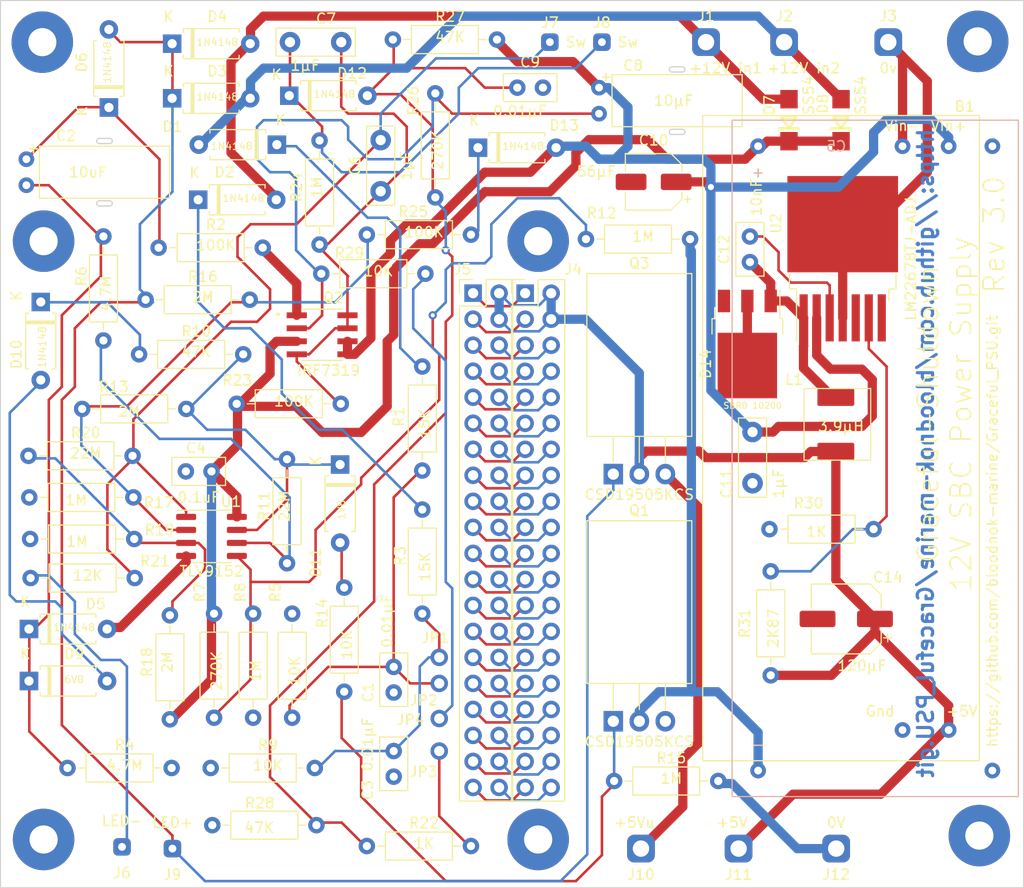
<source format=kicad_pcb>
(kicad_pcb (version 20211014) (generator pcbnew)
  (layers (0 "F.Cu" signal) (31 "B.Cu" signal) (34 "B.Paste" user) (35 "F.Paste" user) (36 "B.SilkS" user "B.Silkscreen") (37 "F.SilkS" user "F.Silkscreen") (38 "B.Mask" user) (39 "F.Mask" user) (44 "Edge.Cuts" user))
  (net 0 "")
  (net 1 "GND")
  (net 2 "+5V")
  (net 3 "Net-(J4-Pad1)")
  (net 4 "Net-(J4-Pad3)")
  (net 5 "Net-(J4-Pad5)")
  (net 6 "Net-(J4-Pad7)")
  (net 7 "Net-(J4-Pad8)")
  (net 8 "Net-(J4-Pad10)")
  (net 9 "Net-(J4-Pad11)")
  (net 10 "Net-(J4-Pad12)")
  (net 11 "Net-(J4-Pad13)")
  (net 12 "Net-(J4-Pad15)")
  (net 13 "Net-(J4-Pad16)")
  (net 14 "Net-(J4-Pad17)")
  (net 15 "Net-(J4-Pad18)")
  (net 16 "Net-(J4-Pad19)")
  (net 17 "Net-(J4-Pad21)")
  (net 18 "Net-(J4-Pad22)")
  (net 19 "Net-(J4-Pad23)")
  (net 20 "Net-(J4-Pad24)")
  (net 21 "Net-(J4-Pad26)")
  (net 22 "Net-(J4-Pad27)")
  (net 23 "Net-(J4-Pad28)")
  (net 24 "Net-(J4-Pad29)")
  (net 25 "Net-(J4-Pad31)")
  (net 26 "Net-(J4-Pad32)")
  (net 27 "Net-(J4-Pad33)")
  (net 28 "Net-(J4-Pad35)")
  (net 29 "Net-(J4-Pad37)")
  (net 30 "Net-(J4-Pad38)")
  (net 31 "Net-(J4-Pad40)")
  (net 32 "Net-(C1-Pad2)")
  (net 33 "Net-(C2-Pad1)")
  (net 34 "Net-(C2-Pad2)")
  (net 35 "Net-(C3-Pad1)")
  (net 36 "Net-(C4-Pad1)")
  (net 37 "Net-(C5-Pad2)")
  (net 38 "Net-(C6-Pad1)")
  (net 39 "Net-(C6-Pad2)")
  (net 40 "Net-(C7-Pad2)")
  (net 41 "Net-(C8-Pad2)")
  (net 42 "Net-(C9-Pad1)")
  (net 43 "Net-(C12-Pad1)")
  (net 44 "Net-(C12-Pad2)")
  (net 45 "Net-(D1-Pad1)")
  (net 46 "Net-(D1-Pad2)")
  (net 47 "Net-(D2-Pad1)")
  (net 48 "Net-(D2-Pad2)")
  (net 49 "Net-(D3-Pad1)")
  (net 50 "Net-(D10-Pad2)")
  (net 51 "Net-(D10-Pad1)")
  (net 52 "Net-(D11-Pad1)")
  (net 53 "Net-(D11-Pad2)")
  (net 54 "Net-(D13-Pad1)")
  (net 55 "Net-(R13-Pad2)")
  (net 56 "Net-(J4-Pad36)")
  (net 57 "Net-(J6-Pad1)")
  (net 58 "Net-(J10-Pad1)")
  (net 59 "Net-(JP3-Pad1)")
  (net 60 "Net-(JP4-Pad1)")
  (net 61 "Net-(Q1-Pad1)")
  (net 62 "Net-(R11-Pad1)")
  (net 63 "Net-(R12-Pad1)")
  (net 64 "Net-(R18-Pad2)")
  (net 65 "Net-(R30-Pad1)")
  (net 68 "Net-(B1-Pad3)")
  (footprint "Capacitor_THT:C_Disc_D5.0mm_W2.5mm_P2.50mm" (layer "F.Cu") (at 114.702 87.703)
    (fp_text reference "C9")
    (fp_text value "0.01μF")
  )
  (footprint "my_extras:Half-Jumper" (layer "F.Cu") (at 107.082 143.329)
    (fp_text reference "JP1")
    (fp_text value "Jumper" hide)
  )
  (footprint "my_extras:my_resistor_6.3_2.5_10.16" (layer "F.Cu") (at 95.652 106.118)
    (fp_text reference "R29")
    (fp_text value "10K")
  )
  (footprint "my_extras:my_resistor_6.3_2.5_10.16" (layer "F.Cu") (at 100.097 102.308)
    (fp_text reference "R25")
    (fp_text value "100K")
  )
  (footprint "my_extras:my_resistor_6.3_2.5_10.16" (layer "F.Cu") (at 106.447 88.338 -90)
    (fp_text reference "R26")
    (fp_text value "270K")
  )
  (footprint "Package_SO:SOIC-8_3.9x4.9mm_P1.27mm" (layer "F.Cu") (at 84.857 131.518)
    (fp_text reference "U1")
    (fp_text value "TLV9152")
  )
  (footprint "my_extras:my_resistor_6.3_2.5_10.16" (layer "F.Cu") (at 121.478 102.739)
    (fp_text reference "R12")
    (fp_text value "1M")
  )
  (footprint "my_extras:my_resistor_6.3_2.5_10.16" (layer "F.Cu") (at 87.397 118.818)
    (fp_text reference "R23")
    (fp_text value "100K")
  )
  (footprint "my_extras:SOIC127P600X175-8N" (layer "F.Cu") (at 95.652 111.833)
    (fp_text reference "Q2")
    (fp_text value "IRF7319")
  )
  (footprint "Package_TO_SOT_THT:TO-220-3_Horizontal_TabDown" (layer "F.Cu") (at 124.065 149.565)
    (fp_text reference "Q1")
    (fp_text value "CSD19505KCS")
  )
  (footprint "my_extras:my_resistor_6.3_2.5_10.16" (layer "F.Cu") (at 95.017 159.458 180)
    (fp_text reference "R28")
    (fp_text value "47K")
  )
  (footprint "my_extras:my_resistor_6.3_2.5_10.16" (layer "F.Cu") (at 77.157 127.458 180)
    (fp_text reference "R17")
    (fp_text value "1M")
  )
  (footprint "Package_TO_SOT_SMD:TO-252-3_TabPin2" (layer "F.Cu") (at 137.147 112.732 -90)
    (fp_text reference "D14")
    (fp_text value "SBRD 10200")
  )
  (footprint "my_extras:Shenzhen MWSA0604S" (layer "F.Cu") (at 145.782 120.777 -90)
    (fp_text reference "L1")
    (fp_text value "3.9μH")
  )
  (footprint "Capacitor_SMD:CP_Elec_6.3x5.9" (layer "F.Cu") (at 146.798 139.573 180)
    (fp_text reference "C14")
    (fp_text value "120μF")
  )
  (footprint "my_extras:my_resistor_6.3_2.5_10.16" (layer "F.Cu") (at 88.667 139.138 -90)
    (fp_text reference "R8")
    (fp_text value "1M")
  )
  (footprint "my_extras:Half-Jumper" (layer "F.Cu") (at 107.082 149.298)
    (fp_text reference "JP4")
    (fp_text value "Jumper" hide)
  )
  (footprint "my_extras:my_resistor_6.3_2.5_10.16" (layer "F.Cu") (at 102.637 83.258)
    (fp_text reference "R27")
    (fp_text value "47K")
  )
  (footprint "my_extras:my_resistor_6.3_2.5_10.16" (layer "F.Cu") (at 124.227 155.648)
    (fp_text reference "R15")
    (fp_text value "1M")
  )
  (footprint "my_extras:my_resistor_6.3_2.5_10.16" (layer "F.Cu") (at 97.557 136.598 -90)
    (fp_text reference "R14")
    (fp_text value "10K")
  )
  (footprint "my_extras:SolderConnector" (layer "F.Cu") (at 117.877 83.258)
    (fp_text reference "J7")
    (fp_text value "Sw")
  )
  (footprint "my_extras:pihole" (layer "F.Cu") (at 68.474 161.109)
    (fp_text reference "H5" hide)
    (fp_text value "pihole" hide)
  )
  (footprint "Capacitor_THT:C_Disc_D7.5mm_W2.5mm_P5.00mm" (layer "F.Cu") (at 97.517 83.258 180)
    (fp_text reference "C7")
    (fp_text value "1μF")
  )
  (footprint "" (layer "F.Cu") (at 159.625 83.185)
    (fp_text reference "H2" hide)
    (fp_text value "")
  )
  (footprint "my_extras:my_resistor_6.3_2.5_10.16" (layer "F.Cu") (at 100.097 161.998)
    (fp_text reference "R22")
    (fp_text value "1K")
  )
  (footprint "my_extras:my_resistor_6.3_2.5_10.16" (layer "F.Cu") (at 77.872 113.988)
    (fp_text reference "R10")
    (fp_text value "47K")
  )
  (footprint "my_extras:SolderConnector - HighCurrent" (layer "F.Cu") (at 136.292 161.998)
    (fp_text reference "J11")
    (fp_text value "+5V")
  )
  (footprint "my_extras:my_diode_7.62_h" (layer "F.Cu") (at 92.477 88.338)
    (fp_text reference "D12")
    (fp_text value "1N4148")
  )
  (footprint "Capacitor_THT:C_Disc_D5.0mm_W2.5mm_P2.50mm" (layer "F.Cu") (at 102.637 152.473 -90)
    (fp_text reference "C3")
    (fp_text value "0.01μF")
  )
  (footprint "my_extras:my_diode_7.62_h" (layer "F.Cu") (at 110.892 93.418)
    (fp_text reference "D13")
    (fp_text value "1N4148")
  )
  (footprint "my_extras:SolderConnector" (layer "F.Cu") (at 122.957 83.258)
    (fp_text reference "J8")
    (fp_text value "Sw")
  )
  (footprint "my_extras:my_resistor_6.3_2.5_10.16" (layer "F.Cu") (at 67.077 123.898)
    (fp_text reference "R20")
    (fp_text value "22M")
  )
  (footprint "my_extras:Buck Power Supply Board" (layer "F.Cu") (at 146.29 123.92)
    (fp_text reference "B1")
    (fp_text value "PSU_Board")
  )
  (footprint "my_extras:DO-214AC" (layer "F.Cu") (at 141.21 90.878 90)
    (fp_text reference "D7")
    (fp_text value "SS54")
  )
  (footprint "my_extras:my_resistor_6.3_2.5_10.16" (layer "F.Cu") (at 92.477 139.138 -90)
    (fp_text reference "R5")
    (fp_text value "10K")
  )
  (footprint "Capacitor_THT:C_Disc_D5.0mm_W2.5mm_P2.50mm" (layer "F.Cu") (at 137.4 102.235 -90)
    (fp_text reference "C12")
    (fp_text value "10nF")
  )
  (footprint "my_extras:my_resistor_6.3_2.5_10.16" (layer "F.Cu") (at 95.652 102.943 90)
    (fp_text reference "R24")
    (fp_text value "1M")
  )
  (footprint "my_extras:my_resistor_6.3_2.5_10.16" (layer "F.Cu") (at 81.047 149.298 90)
    (fp_text reference "R18")
    (fp_text value "2M")
  )
  (footprint "" (layer "F.Cu") (at 68.347 83.258)
    (fp_text reference "H1" hide)
    (fp_text value "")
  )
  (footprint "my_extras:my_resistor_6.3_2.5_10.16" (layer "F.Cu") (at 105.177 128.978 -90)
    (fp_text reference "R3")
    (fp_text value "15K")
  )
  (footprint "my_extras:my_resistor_6.3_2.5_10.16" (layer "F.Cu") (at 70.887 154.378)
    (fp_text reference "R4")
    (fp_text value "4.7M")
  )
  (footprint "my_extras:my_resistor_6.3_2.5_10.16" (layer "F.Cu") (at 84.857 139.138 -90)
    (fp_text reference "R7")
    (fp_text value "270K")
  )
  (footprint "my_extras:SolderConnector - HighCurrent" (layer "F.Cu") (at 140.737 83.258)
    (fp_text reference "J2")
    (fp_text value "+12V in2")
  )
  (footprint "my_extras:my_resistor_6.3_2.5_10.16" (layer "F.Cu") (at 77.237 131.518 180)
    (fp_text reference "R19")
    (fp_text value "1M")
  )
  (footprint "my_extras:SolderConnector" (layer "F.Cu") (at 76.127 161.831)
    (fp_text reference "J6")
    (fp_text value "LED-")
  )
  (footprint "my_extras:SolderConnector - HighCurrent" (layer "F.Cu") (at 145.817 161.998)
    (fp_text reference "J12")
    (fp_text value "0V")
  )
  (footprint "my_extras:my_resistor_6.3_2.5_10.16" (layer "F.Cu") (at 139.178 135.001 -90)
    (fp_text reference "R31")
    (fp_text value "2K87")
  )
  (footprint "Capacitor_THT:C_Disc_D5.0mm_W2.5mm_P2.50mm" (layer "F.Cu") (at 84.857 125.168 180)
    (fp_text reference "C4")
    (fp_text value "0.1uF")
  )
  (footprint "my_extras:SolderConnector" (layer "F.Cu") (at 81.047 161.998)
    (fp_text reference "J9")
    (fp_text value "LED+")
  )
  (footprint "my_extras:SolderConnector - HighCurrent" (layer "F.Cu") (at 150.897 83.258)
    (fp_text reference "J3")
    (fp_text value "0v")
  )
  (footprint "my_extras:my_resistor_6.3_2.5_10.16" (layer "F.Cu") (at 92.477 134.058 90)
    (fp_text reference "R11")
    (fp_text value "22M")
  )
  (footprint "my_extras:DO-214AC" (layer "F.Cu") (at 146.29 90.878 90)
    (fp_text reference "D8")
    (fp_text value "SS54")
  )
  (footprint "my_extras:pihole" (layer "F.Cu") (at 116.734 161.109)
    (fp_text reference "H6" hide)
    (fp_text value "pihole" hide)
  )
  (footprint "my_extras:my_diode_7.62_h" (layer "F.Cu") (at 74.697 89.608 90)
    (fp_text reference "D6")
    (fp_text value "1N4148")
  )
  (footprint "my_extras:my_resistor_6.3_2.5_10.16" (layer "F.Cu") (at 105.177 115.008 -90)
    (fp_text reference "R1")
    (fp_text value "15K")
  )
  (footprint "Connector_PinHeader_2.54mm:PinHeader_2x20_P2.54mm_Vertical" (layer "F.Cu") (at 110.384 107.769)
    (fp_text reference "J5")
    (fp_text value "Conn_02x20" hide)
  )
  (footprint "my_extras:SolderConnector - HighCurrent" (layer "F.Cu") (at 133.117 83.258)
    (fp_text reference "J1")
    (fp_text value "+12V in1")
  )
  (footprint "my_extras:Half-Jumper" (layer "F.Cu") (at 107.082 152.473)
    (fp_text reference "JP3")
    (fp_text value "Jumper" hide)
  )
  (footprint "my_extras:Half-Jumper" (layer "F.Cu") (at 107.082 145.869)
    (fp_text reference "JP2")
    (fp_text value "Jumper" hide)
  )
  (footprint "Capacitor_SMD:CP_Elec_5x5.3" (layer "F.Cu") (at 128.002 96.901 180)
    (fp_text reference "C10")
    (fp_text value "56μF")
  )
  (footprint "Capacitor_THT:C_Disc_D5.0mm_W2.5mm_P2.50mm" (layer "F.Cu") (at 102.637 146.758 90)
    (fp_text reference "C1")
    (fp_text value "0.01μF")
  )
  (footprint "my_extras:my_resistor_6.3_2.5_10.16" (layer "F.Cu") (at 74.062 102.308 -90)
    (fp_text reference "R6")
    (fp_text value "4.7M")
  )
  (footprint "Package_TO_SOT_SMD:TO-263-7_TabPin8" (layer "F.Cu") (at 146.452 104.406 90)
    (fp_text reference "U2")
    (fp_text value "LM22678TJ-ADJ")
  )
  (footprint "my_extras:my_resistor_6.3_2.5_10.16" (layer "F.Cu") (at 78.507 108.658)
    (fp_text reference "R16")
    (fp_text value "2M")
  )
  (footprint "my_extras:pihole" (layer "F.Cu") (at 116.734 102.689)
    (fp_text reference "H4" hide)
    (fp_text value "pihole" hide)
  )
  (footprint "my_extras:my_diode_7.62_h" (layer "F.Cu") (at 68.347 108.658 -90)
    (fp_text reference "D10")
    (fp_text value "1N4148")
  )
  (footprint "" (layer "F.Cu") (at 159.787 160.728)
    (fp_text reference "H8" hide)
    (fp_text value "")
  )
  (footprint "my_extras:my_diode_7.62_h" (layer "F.Cu") (at 91.207 93.418 180)
    (fp_text reference "D1")
    (fp_text value "1N4148")
  )
  (footprint "my_extras:my_diode_7.62_h" (layer "F.Cu") (at 83.587 98.498)
    (fp_text reference "D2")
    (fp_text value "1N4148")
  )
  (footprint "my_extras:pihole" (layer "F.Cu") (at 68.474 102.689)
    (fp_text reference "H3" hide)
    (fp_text value "pihole" hide)
  )
  (footprint "my_extras:my_diode_7.62_h" (layer "F.Cu") (at 81.047 88.592)
    (fp_text reference "D3")
    (fp_text value "1N4148")
  )
  (footprint "my_extras:my_diode_7.62_h" (layer "F.Cu") (at 97.557 124.533 -90)
    (fp_text reference "D11")
    (fp_text value "1V8")
  )
  (footprint "Capacitor_THT:C_Disc_D7.5mm_W2.5mm_P5.00mm" (layer "F.Cu") (at 137.654 121.325 -90)
    (fp_text reference "C11")
    (fp_text value "1μF")
  )
  (footprint "Capacitor_THT:C_Disc_D7.5mm_W2.5mm_P5.00mm" (layer "F.Cu") (at 101.367 97.823 90)
    (fp_text reference "C6")
    (fp_text value "1μF")
  )
  (footprint "my_extras:SolderConnector - HighCurrent" (layer "F.Cu") (at 126.767 161.998)
    (fp_text reference "J10")
    (fp_text value "+5Vu")
  )
  (footprint "Package_TO_SOT_THT:TO-220-3_Horizontal_TabDown" (layer "F.Cu") (at 124.065 125.435)
    (fp_text reference "Q3")
    (fp_text value "CSD19505KCS")
  )
  (footprint "my_extras:my_resistor_6.3_2.5_10.16" (layer "F.Cu") (at 79.777 103.578)
    (fp_text reference "R2")
    (fp_text value "100K")
  )
  (footprint "my_extras:Capacitor_THT_HorizRadial_D5_P2_H12" (layer "F.Cu") (at 66.793 95.958 -90)
    (fp_text reference "C2")
    (fp_text value "10uF")
    (fp_line (start 3.302 -8.128) (end 3.302 -7.112) (layer "Edge.Cuts") (width 0.12))
    (fp_line (start -3.302 -7.112) (end -3.302 -8.128) (layer "Edge.Cuts") (width 0.12))
    (fp_line (start -2.794 -8.128) (end -2.794 -7.112) (layer "Edge.Cuts") (width 0.12))
    (fp_line (start 2.794 -7.112) (end 2.794 -8.128) (layer "Edge.Cuts") (width 0.12))
    (fp_arc (start -3.302 -8.128) (mid -3.048 -8.382) (end -2.794 -8.128) (layer "Edge.Cuts") (width 0.12))
    (fp_arc (start -2.794 -7.112) (mid -3.048 -6.858) (end -3.302 -7.112) (layer "Edge.Cuts") (width 0.12))
    (fp_arc (start 2.794 -8.128) (mid 3.048 -8.382) (end 3.302 -8.128) (layer "Edge.Cuts") (width 0.12))
    (fp_arc (start 3.302 -7.112) (mid 3.048 -6.858) (end 2.794 -7.112) (layer "Edge.Cuts") (width 0.12))
  )
  (footprint "my_extras:my_diode_7.62_h" (layer "F.Cu") (at 67.077 140.408)
    (fp_text reference "D5")
    (fp_text value "1N4148")
  )
  (footprint "Connector_PinHeader_2.54mm:PinHeader_2x20_P2.54mm_Vertical" (layer "F.Cu") (at 115.464 107.774)
    (fp_text reference "J4")
    (fp_text value "Conn_02x20" hide)
  )
  (footprint "my_extras:my_resistor_6.3_2.5_10.16" (layer "F.Cu") (at 84.857 154.378)
    (fp_text reference "R9")
    (fp_text value "10K")
  )
  (footprint "my_extras:my_resistor_6.3_2.5_10.16" (layer "F.Cu") (at 82.317 118.818 180)
    (fp_text reference "R13")
    (fp_text value "2M")
  )
  (footprint "my_extras:my_resistor_6.3_2.5_10.16" (layer "F.Cu") (at 67.284 135.832)
    (fp_text reference "R21")
    (fp_text value "12K")
  )
  (footprint "my_extras:my_diode_7.62_h" (layer "F.Cu") (at 81.047 83.258)
    (fp_text reference "D4")
    (fp_text value "1N4148")
  )
  (footprint "my_extras:my_resistor_6.3_2.5_10.16" (layer "F.Cu") (at 149.385 130.56 180)
    (fp_text reference "R30")
    (fp_text value "1K")
  )
  (footprint "my_extras:Capacitor_THT_HorizRadial_D5_P2_H12" (layer "F.Cu") (at 122.673 88.973 -90)
    (fp_text reference "C8")
    (fp_text value "10μF")
    (fp_line (start 2.794 -7.112) (end 2.794 -8.128) (layer "Edge.Cuts") (width 0.12))
    (fp_line (start 3.302 -8.128) (end 3.302 -7.112) (layer "Edge.Cuts") (width 0.12))
    (fp_line (start -2.794 -8.128) (end -2.794 -7.112) (layer "Edge.Cuts") (width 0.12))
    (fp_line (start -3.302 -7.112) (end -3.302 -8.128) (layer "Edge.Cuts") (width 0.12))
    (fp_arc (start -2.794 -7.112) (mid -3.048 -6.858) (end -3.302 -7.112) (layer "Edge.Cuts") (width 0.12))
    (fp_arc (start 3.302 -7.112) (mid 3.048 -6.858) (end 2.794 -7.112) (layer "Edge.Cuts") (width 0.12))
    (fp_arc (start 2.794 -8.128) (mid 3.048 -8.382) (end 3.302 -8.128) (layer "Edge.Cuts") (width 0.12))
    (fp_arc (start -3.302 -8.128) (mid -3.048 -8.382) (end -2.794 -8.128) (layer "Edge.Cuts") (width 0.12))
  )
  (footprint "my_extras:my_diode_7.62_h" (layer "F.Cu") (at 67.077 145.488)
    (fp_text reference "D9")
    (fp_text value "6V8")
  )
  (footprint "my_extras:SuperCapacitor Module" (layer "B.Cu") (at 148.357 111.198 180)
    (fp_text reference "C5")
    (fp_text value "1.6F")
  )
  (gr_rect (start 164.105 79.194) (end 64.269 165.808) (layer "Edge.Cuts") (width 0.1) (fill none))
  (gr_text "https://github.com/bloodnok-marine/Graceful_PSU.git" (at 154.545 123.39 90) (layer "B.Cu") (effects (font (size 1.5 1.5) (thickness 0.3)) (justify mirror)))
  (gr_text "https://github.com/bloodnok-marine/Graceful_PSU.git\n" (at 161.057 131.01 90) (layer "F.SilkS") (effects (font (size 1 1))))
  (gr_text "Graceful-Shutdown \n12V SBC Power Supply \n                      Rev 3.0" (at 158.009 118.818 90) (layer "F.SilkS") (effects (font (size 2 2))))
  (segment (start 114.294 119.104) (end 115.464 117.934) (width 0.25) (layer "F.Cu") (net 1))
  (segment (start 150.897 83.258) (end 154.707 87.068) (width 0.9) (layer "F.Cu") (net 1))
  (segment (start 149.634 101.031) (end 146.452 101.031) (width 0.9) (layer "F.Cu") (net 1))
  (segment (start 93.177 109.928) (end 93.177 106.818) (width 0.9) (layer "F.Cu") (net 1))
  (segment (start 114.199 139.519) (end 115.464 138.254) (width 0.25) (layer "F.Cu") (net 1))
  (segment (start 111.654 139.519) (end 114.199 139.519) (width 0.25) (layer "F.Cu") (net 1))
  (segment (start 114.199 157.299) (end 115.464 156.034) (width 0.25) (layer "F.Cu") (net 1))
  (segment (start 154.707 87.068) (end 154.707 95.958) (width 0.9) (layer "F.Cu") (net 1))
  (segment (start 146.452 110.181) (end 146.452 101.031) (width 0.9) (layer "F.Cu") (net 1))
  (segment (start 110.384 117.929) (end 111.559 119.104) (width 0.25) (layer "F.Cu") (net 1))
  (segment (start 93.177 106.818) (end 89.937 103.578) (width 0.9) (layer "F.Cu") (net 1))
  (segment (start 75.967 140.408) (end 74.697 140.408) (width 0.9) (layer "F.Cu") (net 1))
  (segment (start 137.147 108.532) (end 137.147 114.832) (width 0.9) (layer "F.Cu") (net 1))
  (segment (start 154.707 95.958) (end 149.634 101.031) (width 0.9) (layer "F.Cu") (net 1))
  (segment (start 82.382 133.993) (end 75.967 140.408) (width 0.9) (layer "F.Cu") (net 1))
  (segment (start 110.384 138.249) (end 111.654 139.519) (width 0.25) (layer "F.Cu") (net 1))
  (segment (start 82.382 133.423) (end 82.382 133.993) (width 0.9) (layer "F.Cu") (net 1))
  (segment (start 152.29 84.651) (end 150.897 83.258) (width 0.9) (layer "F.Cu") (net 1))
  (segment (start 152.29 93.42) (end 152.29 84.651) (width 0.9) (layer "F.Cu") (net 1))
  (segment (start 110.384 156.029) (end 111.654 157.299) (width 0.25) (layer "F.Cu") (net 1))
  (segment (start 111.654 157.299) (end 114.199 157.299) (width 0.25) (layer "F.Cu") (net 1))
  (segment (start 111.559 119.104) (end 114.294 119.104) (width 0.25) (layer "F.Cu") (net 1))
  (segment (start 112.924 143.329) (end 114.194 144.599) (width 0.25) (layer "B.Cu") (net 1))
  (segment (start 116.739 114.119) (end 118.004 112.854) (width 0.25) (layer "B.Cu") (net 1))
  (segment (start 114.194 124.279) (end 116.739 124.279) (width 0.25) (layer "B.Cu") (net 1))
  (segment (start 114.194 114.119) (end 116.739 114.119) (width 0.25) (layer "B.Cu") (net 1))
  (segment (start 114.194 131.899) (end 116.739 131.899) (width 0.25) (layer "B.Cu") (net 1))
  (segment (start 116.739 149.679) (end 118.004 148.414) (width 0.25) (layer "B.Cu") (net 1))
  (segment (start 114.194 149.679) (end 116.739 149.679) (width 0.25) (layer "B.Cu") (net 1))
  (segment (start 112.924 112.849) (end 114.194 114.119) (width 0.25) (layer "B.Cu") (net 1))
  (segment (start 116.739 131.899) (end 118.004 130.634) (width 0.25) (layer "B.Cu") (net 1))
  (segment (start 116.739 124.279) (end 118.004 123.014) (width 0.25) (layer "B.Cu") (net 1))
  (segment (start 112.924 130.629) (end 114.194 131.899) (width 0.25) (layer "B.Cu") (net 1))
  (segment (start 112.924 148.409) (end 114.194 149.679) (width 0.25) (layer "B.Cu") (net 1))
  (segment (start 114.194 144.599) (end 116.739 144.599) (width 0.25) (layer "B.Cu") (net 1))
  (segment (start 112.924 123.009) (end 114.194 124.279) (width 0.25) (layer "B.Cu") (net 1))
  (segment (start 135.657 155.648) (end 142.007 161.998) (width 0.9) (layer "B.Cu") (net 1))
  (segment (start 116.739 144.599) (end 118.004 143.334) (width 0.25) (layer "B.Cu") (net 1))
  (segment (start 142.007 161.998) (end 145.817 161.998) (width 0.9) (layer "B.Cu") (net 1))
  (segment (start 134.387 155.648) (end 135.657 155.648) (width 0.9) (layer "B.Cu") (net 1))
  (segment (start 145.782 123.227) (end 143.332 123.227) (width 0.9) (layer "F.Cu") (net 2))
  (segment (start 143.332 123.227) (end 142.734 123.825) (width 0.9) (layer "F.Cu") (net 2))
  (segment (start 132.447 123.19) (end 127.24 123.19) (width 0.9) (layer "F.Cu") (net 2))
  (segment (start 149.598 139.573) (end 149.598 140.849) (width 0.9) (layer "F.Cu") (net 2))
  (segment (start 126.605 123.825) (end 126.605 125.435) (width 0.9) (layer "F.Cu") (net 2))
  (segment (start 141.605 156.685) (end 141.372 156.918) (width 0.9) (layer "F.Cu") (net 2))
  (segment (start 141.372 156.918) (end 136.292 161.998) (width 0.9) (layer "F.Cu") (net 2))
  (segment (start 145.354 145.081) (end 139.428 145.081) (width 0.9) (layer "F.Cu") (net 2))
  (segment (start 156.432 150.42) (end 156.79 150.42) (width 0.9) (layer "F.Cu") (net 2))
  (segment (start 149.586 140.849) (end 145.354 145.081) (width 0.9) (layer "F.Cu") (net 2))
  (segment (start 149.598 140.849) (end 156.79 148.041) (width 0.9) (layer "F.Cu") (net 2))
  (segment (start 149.598 140.849) (end 149.586 140.849) (width 0.9) (layer "F.Cu") (net 2))
  (segment (start 150.167 156.685) (end 141.605 156.685) (width 0.9) (layer "F.Cu") (net 2))
  (segment (start 150.167 156.685) (end 156.432 150.42) (width 0.9) (layer "F.Cu") (net 2))
  (segment (start 127.24 123.19) (end 126.605 123.825) (width 0.9) (layer "F.Cu") (net 2))
  (segment (start 156.79 148.041) (end 156.79 150.42) (width 0.9) (layer "F.Cu") (net 2))
  (segment (start 145.782 123.227) (end 145.782 135.757) (width 0.9) (layer "F.Cu") (net 2))
  (segment (start 145.782 135.757) (end 149.598 139.573) (width 0.9) (layer "F.Cu") (net 2))
  (segment (start 142.734 123.825) (end 133.082 123.825) (width 0.9) (layer "F.Cu") (net 2))
  (segment (start 133.082 123.825) (end 132.447 123.19) (width 0.9) (layer "F.Cu") (net 2))
  (segment (start 126.605 115.57) (end 126.605 125.435) (width 0.9) (layer "B.Cu") (net 2))
  (segment (start 112.924 110.309) (end 114.104 111.489) (width 0.25) (layer "B.Cu") (net 2))
  (segment (start 121.349 110.314) (end 126.605 115.57) (width 0.9) (layer "B.Cu") (net 2))
  (segment (start 116.829 111.489) (end 118.004 110.314) (width 0.25) (layer "B.Cu") (net 2))
  (segment (start 112.924 107.769) (end 114.104 108.949) (width 0.25) (layer "B.Cu") (net 2))
  (segment (start 114.104 108.949) (end 116.829 108.949) (width 0.25) (layer "B.Cu") (net 2))
  (segment (start 114.104 111.489) (end 116.829 111.489) (width 0.25) (layer "B.Cu") (net 2))
  (segment (start 112.924 107.769) (end 112.924 110.309) (width 0.9) (layer "B.Cu") (net 2))
  (segment (start 116.829 108.949) (end 118.004 107.774) (width 0.25) (layer "B.Cu") (net 2))
  (segment (start 118.004 107.774) (end 118.004 110.314) (width 0.9) (layer "B.Cu") (net 2))
  (segment (start 118.004 110.314) (end 121.349 110.314) (width 0.9) (layer "B.Cu") (net 2))
  (segment (start 110.384 107.769) (end 111.654 109.039) (width 0.25) (layer "F.Cu") (net 3))
  (segment (start 114.199 109.039) (end 115.464 107.774) (width 0.25) (layer "F.Cu") (net 3))
  (segment (start 111.654 109.039) (end 114.199 109.039) (width 0.25) (layer "F.Cu") (net 3))
  (segment (start 111.654 111.579) (end 114.199 111.579) (width 0.25) (layer "F.Cu") (net 4))
  (segment (start 114.199 111.579) (end 115.464 110.314) (width 0.25) (layer "F.Cu") (net 4))
  (segment (start 110.384 110.309) (end 111.654 111.579) (width 0.25) (layer "F.Cu") (net 4))
  (segment (start 111.654 114.119) (end 114.199 114.119) (width 0.25) (layer "F.Cu") (net 5))
  (segment (start 114.199 114.119) (end 115.464 112.854) (width 0.25) (layer "F.Cu") (net 5))
  (segment (start 110.384 112.849) (end 111.654 114.119) (width 0.25) (layer "F.Cu") (net 5))
  (segment (start 110.384 115.389) (end 111.654 116.659) (width 0.25) (layer "F.Cu") (net 6))
  (segment (start 114.199 116.659) (end 115.464 115.394) (width 0.25) (layer "F.Cu") (net 6))
  (segment (start 111.654 116.659) (end 114.199 116.659) (width 0.25) (layer "F.Cu") (net 6))
  (segment (start 112.924 115.389) (end 114.194 116.659) (width 0.25) (layer "B.Cu") (net 7))
  (segment (start 116.739 116.659) (end 118.004 115.394) (width 0.25) (layer "B.Cu") (net 7))
  (segment (start 114.194 116.659) (end 116.739 116.659) (width 0.25) (layer "B.Cu") (net 7))
  (segment (start 116.739 119.199) (end 118.004 117.934) (width 0.25) (layer "B.Cu") (net 8))
  (segment (start 114.194 119.199) (end 116.739 119.199) (width 0.25) (layer "B.Cu") (net 8))
  (segment (start 112.924 117.929) (end 114.194 119.199) (width 0.25) (layer "B.Cu") (net 8))
  (segment (start 110.384 120.469) (end 111.654 121.739) (width 0.25) (layer "F.Cu") (net 9))
  (segment (start 111.654 121.739) (end 114.199 121.739) (width 0.25) (layer "F.Cu") (net 9))
  (segment (start 114.199 121.739) (end 115.464 120.474) (width 0.25) (layer "F.Cu") (net 9))
  (segment (start 112.924 120.469) (end 114.194 121.739) (width 0.25) (layer "B.Cu") (net 10))
  (segment (start 116.739 121.739) (end 118.004 120.474) (width 0.25) (layer "B.Cu") (net 10))
  (segment (start 114.194 121.739) (end 116.739 121.739) (width 0.25) (layer "B.Cu") (net 10))
  (segment (start 114.294 124.184) (end 115.464 123.014) (width 0.25) (layer "F.Cu") (net 11))
  (segment (start 111.559 124.184) (end 114.294 124.184) (width 0.25) (layer "F.Cu") (net 11))
  (segment (start 110.384 123.009) (end 111.559 124.184) (width 0.25) (layer "F.Cu") (net 11))
  (segment (start 111.654 126.819) (end 114.199 126.819) (width 0.25) (layer "F.Cu") (net 12))
  (segment (start 110.384 125.549) (end 111.654 126.819) (width 0.25) (layer "F.Cu") (net 12))
  (segment (start 114.199 126.819) (end 115.464 125.554) (width 0.25) (layer "F.Cu") (net 12))
  (segment (start 116.739 126.819) (end 118.004 125.554) (width 0.25) (layer "B.Cu") (net 13))
  (segment (start 114.194 126.819) (end 116.739 126.819) (width 0.25) (layer "B.Cu") (net 13))
  (segment (start 112.924 125.549) (end 114.194 126.819) (width 0.25) (layer "B.Cu") (net 13))
  (segment (start 111.654 129.359) (end 114.199 129.359) (width 0.25) (layer "F.Cu") (net 14))
  (segment (start 110.384 128.089) (end 111.654 129.359) (width 0.25) (layer "F.Cu") (net 14))
  (segment (start 114.199 129.359) (end 115.464 128.094) (width 0.25) (layer "F.Cu") (net 14))
  (segment (start 112.924 128.089) (end 114.194 129.359) (width 0.25) (layer "B.Cu") (net 15))
  (segment (start 114.194 129.359) (end 116.739 129.359) (width 0.25) (layer "B.Cu") (net 15))
  (segment (start 116.739 129.359) (end 118.004 128.094) (width 0.25) (layer "B.Cu") (net 15))
  (segment (start 111.654 131.899) (end 114.199 131.899) (width 0.25) (layer "F.Cu") (net 16))
  (segment (start 114.199 131.899) (end 115.464 130.634) (width 0.25) (layer "F.Cu") (net 16))
  (segment (start 110.384 130.629) (end 111.654 131.899) (width 0.25) (layer "F.Cu") (net 16))
  (segment (start 114.199 134.439) (end 115.464 133.174) (width 0.25) (layer "F.Cu") (net 17))
  (segment (start 110.384 133.169) (end 111.654 134.439) (width 0.25) (layer "F.Cu") (net 17))
  (segment (start 111.654 134.439) (end 114.199 134.439) (width 0.25) (layer "F.Cu") (net 17))
  (segment (start 116.739 134.439) (end 118.004 133.174) (width 0.25) (layer "B.Cu") (net 18))
  (segment (start 114.194 134.439) (end 116.739 134.439) (width 0.25) (layer "B.Cu") (net 18))
  (segment (start 112.924 133.169) (end 114.194 134.439) (width 0.25) (layer "B.Cu") (net 18))
  (segment (start 110.384 135.709) (end 111.654 136.979) (width 0.25) (layer "F.Cu") (net 19))
  (segment (start 111.654 136.979) (end 114.199 136.979) (width 0.25) (layer "F.Cu") (net 19))
  (segment (start 114.199 136.979) (end 115.464 135.714) (width 0.25) (layer "F.Cu") (net 19))
  (segment (start 114.194 136.979) (end 116.739 136.979) (width 0.25) (layer "B.Cu") (net 20))
  (segment (start 112.924 135.709) (end 114.194 136.979) (width 0.25) (layer "B.Cu") (net 20))
  (segment (start 116.739 136.979) (end 118.004 135.714) (width 0.25) (layer "B.Cu") (net 20))
  (segment (start 116.739 139.519) (end 118.004 138.254) (width 0.25) (layer "B.Cu") (net 21))
  (segment (start 114.194 139.519) (end 116.739 139.519) (width 0.25) (layer "B.Cu") (net 21))
  (segment (start 112.924 138.249) (end 114.194 139.519) (width 0.25) (layer "B.Cu") (net 21))
  (segment (start 110.384 140.789) (end 111.654 142.059) (width 0.25) (layer "F.Cu") (net 22))
  (segment (start 114.199 142.059) (end 115.464 140.794) (width 0.25) (layer "F.Cu") (net 22))
  (segment (start 111.654 142.059) (end 114.199 142.059) (width 0.25) (layer "F.Cu") (net 22))
  (segment (start 112.924 140.789) (end 114.194 142.059) (width 0.25) (layer "B.Cu") (net 23))
  (segment (start 116.739 142.059) (end 118.004 140.794) (width 0.25) (layer "B.Cu") (net 23))
  (segment (start 114.194 142.059) (end 116.739 142.059) (width 0.25) (layer "B.Cu") (net 23))
  (segment (start 114.199 144.599) (end 115.464 143.334) (width 0.25) (layer "F.Cu") (net 24))
  (segment (start 111.654 144.599) (end 114.199 144.599) (width 0.25) (layer "F.Cu") (net 24))
  (segment (start 110.384 143.329) (end 111.654 144.599) (width 0.25) (layer "F.Cu") (net 24))
  (segment (start 111.654 147.139) (end 114.199 147.139) (width 0.25) (layer "F.Cu") (net 25))
  (segment (start 110.384 145.869) (end 111.654 147.139) (width 0.25) (layer "F.Cu") (net 25))
  (segment (start 114.199 147.139) (end 115.464 145.874) (width 0.25) (layer "F.Cu") (net 25))
  (segment (start 112.924 145.869) (end 114.194 147.139) (width 0.25) (layer "B.Cu") (net 26))
  (segment (start 114.194 147.139) (end 116.739 147.139) (width 0.25) (layer "B.Cu") (net 26))
  (segment (start 116.739 147.139) (end 118.004 145.874) (width 0.25) (layer "B.Cu") (net 26))
  (segment (start 110.384 148.409) (end 111.654 149.679) (width 0.25) (layer "F.Cu") (net 27))
  (segment (start 111.654 149.679) (end 114.199 149.679) (width 0.25) (layer "F.Cu") (net 27))
  (segment (start 114.199 149.679) (end 115.464 148.414) (width 0.25) (layer "F.Cu") (net 27))
  (segment (start 114.199 152.219) (end 115.464 150.954) (width 0.25) (layer "F.Cu") (net 28))
  (segment (start 110.384 150.949) (end 111.654 152.219) (width 0.25) (layer "F.Cu") (net 28))
  (segment (start 111.654 152.219) (end 114.199 152.219) (width 0.25) (layer "F.Cu") (net 28))
  (segment (start 110.384 153.489) (end 111.559 154.664) (width 0.25) (layer "F.Cu") (net 29))
  (segment (start 111.559 154.664) (end 114.294 154.664) (width 0.25) (layer "F.Cu") (net 29))
  (segment (start 114.294 154.664) (end 115.464 153.494) (width 0.25) (layer "F.Cu") (net 29))
  (segment (start 116.739 154.759) (end 118.004 153.494) (width 0.25) (layer "B.Cu") (net 30))
  (segment (start 112.924 153.489) (end 114.194 154.759) (width 0.25) (layer "B.Cu") (net 30))
  (segment (start 114.194 154.759) (end 116.739 154.759) (width 0.25) (layer "B.Cu") (net 30))
  (segment (start 114.194 157.299) (end 116.739 157.299) (width 0.25) (layer "B.Cu") (net 31))
  (segment (start 116.739 157.299) (end 118.004 156.034) (width 0.25) (layer "B.Cu") (net 31))
  (segment (start 112.924 156.029) (end 114.194 157.299) (width 0.25) (layer "B.Cu") (net 31))
  (segment (start 102.637 144.258) (end 96.247 144.258) (width 0.25) (layer "F.Cu") (net 32))
  (segment (start 104.248 145.869) (end 102.637 144.258) (width 0.25) (layer "F.Cu") (net 32))
  (segment (start 102.637 127.708) (end 102.637 144.258) (width 0.25) (layer "F.Cu") (net 32))
  (segment (start 107.082 145.869) (end 104.248 145.869) (width 0.25) (layer "F.Cu") (net 32))
  (segment (start 96.247 144.258) (end 92.477 148.028) (width 0.25) (layer "F.Cu") (net 32))
  (segment (start 105.177 125.168) (end 102.637 127.708) (width 0.25) (layer "F.Cu") (net 32))
  (segment (start 92.477 148.028) (end 92.477 149.298) (width 0.25) (layer "F.Cu") (net 32))
  (segment (start 74.697 89.608) (end 79.777 94.688) (width 0.25) (layer "F.Cu") (net 33))
  (segment (start 74.697 89.608) (end 71.873 89.608) (width 0.25) (layer "F.Cu") (net 33))
  (segment (start 79.777 94.688) (end 79.777 103.578) (width 0.25) (layer "F.Cu") (net 33))
  (segment (start 71.873 89.608) (end 66.793 94.688) (width 0.25) (layer "F.Cu") (net 33))
  (segment (start 74.062 102.308) (end 68.982 97.228) (width 0.25) (layer "F.Cu") (net 34))
  (segment (start 67.077 145.488) (end 67.077 150.568) (width 0.25) (layer "F.Cu") (net 34))
  (segment (start 70.252 116.913) (end 68.982 118.183) (width 0.25) (layer "F.Cu") (net 34))
  (segment (start 68.982 97.228) (end 66.793 97.228) (width 0.25) (layer "F.Cu") (net 34))
  (segment (start 68.982 139.138) (end 67.712 140.408) (width 0.25) (layer "F.Cu") (net 34))
  (segment (start 67.712 140.408) (end 67.077 140.408) (width 0.25) (layer "F.Cu") (net 34))
  (segment (start 68.982 118.183) (end 68.982 139.138) (width 0.25) (layer "F.Cu") (net 34))
  (segment (start 74.062 102.308) (end 74.062 106.118) (width 0.25) (layer "F.Cu") (net 34))
  (segment (start 67.077 140.408) (end 67.077 145.488) (width 0.25) (layer "F.Cu") (net 34))
  (segment (start 67.077 150.568) (end 70.887 154.378) (width 0.25) (layer "F.Cu") (net 34))
  (segment (start 70.252 109.928) (end 70.252 116.913) (width 0.25) (layer "F.Cu") (net 34))
  (segment (start 74.062 106.118) (end 70.252 109.928) (width 0.25) (layer "F.Cu") (net 34))
  (segment (start 107.082 143.329) (end 107.082 141.043) (width 0.25) (layer "F.Cu") (net 35))
  (segment (start 107.082 141.043) (end 105.177 139.138) (width 0.25) (layer "F.Cu") (net 35))
  (segment (start 96.922 152.473) (end 95.017 154.378) (width 0.25) (layer "B.Cu") (net 35))
  (segment (start 102.637 152.473) (end 105.177 149.933) (width 0.25) (layer "B.Cu") (net 35))
  (segment (start 105.177 149.933) (end 105.177 144.218) (width 0.25) (layer "B.Cu") (net 35))
  (segment (start 102.637 152.473) (end 96.922 152.473) (width 0.25) (layer "B.Cu") (net 35))
  (segment (start 105.177 144.218) (end 106.066 143.329) (width 0.25) (layer "B.Cu") (net 35))
  (segment (start 106.066 143.329) (end 107.082 143.329) (width 0.25) (layer "B.Cu") (net 35))
  (segment (start 93.177 112.468) (end 91.207 112.468) (width 0.9) (layer "F.Cu") (net 36))
  (segment (start 127.402 92.783) (end 121.687 92.783) (width 0.9) (layer "F.Cu") (net 36))
  (segment (start 120.417 94.053) (end 120.417 95.323) (width 0.9) (layer "F.Cu") (net 36))
  (segment (start 105.177 102.943) (end 102.637 105.483) (width 0.9) (layer "F.Cu") (net 36))
  (segment (start 87.332 129.613) (end 87.332 127.643) (width 0.9) (layer "F.Cu") (net 36))
  (segment (start 87.397 118.818) (end 87.397 122.628) (width 0.9) (layer "F.Cu") (net 36))
  (segment (start 121.687 92.783) (end 120.417 94.053) (width 0.9) (layer "F.Cu") (net 36))
  (segment (start 138.197 93.418) (end 136.927 94.688) (width 0.9) (layer "F.Cu") (net 36))
  (segment (start 90.572 115.643) (end 87.397 118.818) (width 0.9) (layer "F.Cu") (net 36))
  (segment (start 90.572 113.103) (end 90.572 115.643) (width 0.9) (layer "F.Cu") (net 36))
  (segment (start 102.637 111.833) (end 102.002 112.468) (width 0.9) (layer "F.Cu") (net 36))
  (segment (start 84.857 145.488) (end 81.047 149.298) (width 0.9) (layer "F.Cu") (net 36))
  (segment (start 120.417 95.323) (end 117.877 97.863) (width 0.9) (layer "F.Cu") (net 36))
  (segment (start 111.527 97.863) (end 106.447 102.943) (width 0.9) (layer "F.Cu") (net 36))
  (segment (start 91.207 112.468) (end 90.572 113.103) (width 0.9) (layer "F.Cu") (net 36))
  (segment (start 117.877 97.863) (end 111.527 97.863) (width 0.9) (layer "F.Cu") (net 36))
  (segment (start 99.462 121.358) (end 95.652 121.358) (width 0.9) (layer "F.Cu") (net 36))
  (segment (start 102.002 112.468) (end 102.002 118.818) (width 0.9) (layer "F.Cu") (net 36))
  (segment (start 136.927 94.688) (end 129.307 94.688) (width 0.9) (layer "F.Cu") (net 36))
  (segment (start 129.307 94.688) (end 127.402 92.783) (width 0.9) (layer "F.Cu") (net 36))
  (segment (start 87.397 122.628) (end 84.857 125.168) (width 0.9) (layer "F.Cu") (net 36))
  (segment (start 146.29 92.928) (end 139.087 92.928) (width 0.9) (layer "F.Cu") (net 36))
  (segment (start 87.332 127.643) (end 84.857 125.168) (width 0.9) (layer "F.Cu") (net 36))
  (segment (start 139.087 92.928) (end 138.67 93.345) (width 0.9) (layer "F.Cu") (net 36))
  (segment (start 102.002 118.818) (end 99.462 121.358) (width 0.9) (layer "F.Cu") (net 36))
  (segment (start 95.652 121.358) (end 93.112 118.818) (width 0.9) (layer "F.Cu") (net 36))
  (segment (start 84.857 139.138) (end 84.857 145.488) (width 0.9) (layer "F.Cu") (net 36))
  (segment (start 106.447 102.943) (end 105.177 102.943) (width 0.9) (layer "F.Cu") (net 36))
  (segment (start 102.637 105.483) (end 102.637 111.833) (width 0.9) (layer "F.Cu") (net 36))
  (segment (start 93.112 118.818) (end 87.397 118.818) (width 0.9) (layer "F.Cu") (net 36))
  (segment (start 84.857 125.168) (end 84.857 139.138) (width 0.9) (layer "B.Cu") (net 36))
  (segment (start 131.558 102.489) (end 131.685 102.616) (width 0.9) (layer "B.Cu") (net 37))
  (segment (start 138.197 150.657) (end 138.197 154.378) (width 0.9) (layer "B.Cu") (net 37))
  (segment (start 131.685 103.632) (end 131.685 104.14) (width 0.9) (layer "B.Cu") (net 37))
  (segment (start 126.605 148.59) (end 128.51 146.685) (width 0.9) (layer "B.Cu") (net 37))
  (segment (start 134.225 146.685) (end 138.197 150.657) (width 0.9) (layer "B.Cu") (net 37))
  (segment (start 131.685 104.14) (end 131.558 104.013) (width 0.9) (layer "B.Cu") (net 37))
  (segment (start 126.605 149.565) (end 126.605 148.59) (width 0.9) (layer "B.Cu") (net 37))
  (segment (start 128.51 146.685) (end 131.685 146.685) (width 0.9) (layer "B.Cu") (net 37))
  (segment (start 131.685 104.14) (end 131.685 146.685) (width 0.9) (layer "B.Cu") (net 37))
  (segment (start 131.558 104.013) (end 131.558 102.489) (width 0.9) (layer "B.Cu") (net 37))
  (segment (start 131.685 146.685) (end 134.225 146.685) (width 0.9) (layer "B.Cu") (net 37))
  (segment (start 97.517 89.568) (end 98.192 90.243) (width 0.25) (layer "F.Cu") (net 38))
  (segment (start 101.367 97.823) (end 96.247 102.943) (width 0.25) (layer "F.Cu") (net 38))
  (segment (start 98.192 106.118) (end 98.127 106.183) (width 0.25) (layer "F.Cu") (net 38))
  (segment (start 103.907 95.283) (end 101.367 97.823) (width 0.25) (layer "F.Cu") (net 38))
  (segment (start 93.177 114.438) (end 97.557 118.818) (width 0.25) (layer "F.Cu") (net 38))
  (segment (start 94.382 113.738) (end 93.177 113.738) (width 0.25) (layer "F.Cu") (net 38))
  (segment (start 98.127 106.183) (end 98.127 111.198) (width 0.25) (layer "F.Cu") (net 38))
  (segment (start 98.192 90.243) (end 102.637 90.243) (width 0.25) (layer "F.Cu") (net 38))
  (segment (start 102.637 90.243) (end 103.907 91.513) (width 0.25) (layer "F.Cu") (net 38))
  (segment (start 95.652 103.578) (end 98.192 106.118) (width 0.25) (layer "F.Cu") (net 38))
  (segment (start 96.247 102.943) (end 95.652 102.943) (width 0.25) (layer "F.Cu") (net 38))
  (segment (start 103.907 91.513) (end 103.907 95.283) (width 0.25) (layer "F.Cu") (net 38))
  (segment (start 96.922 111.198) (end 94.382 113.738) (width 0.25) (layer "F.Cu") (net 38))
  (segment (start 97.517 83.258) (end 97.517 89.568) (width 0.25) (layer "F.Cu") (net 38))
  (segment (start 93.177 113.738) (end 93.177 114.438) (width 0.25) (layer "F.Cu") (net 38))
  (segment (start 98.127 111.198) (end 96.922 111.198) (width 0.25) (layer "F.Cu") (net 38))
  (segment (start 82.382 129.613) (end 82.382 129.043) (width 0.25) (layer "F.Cu") (net 39))
  (segment (start 89.302 110.563) (end 90.572 109.293) (width 0.25) (layer "F.Cu") (net 39))
  (segment (start 87.397 102.308) (end 88.667 101.038) (width 0.25) (layer "F.Cu") (net 39))
  (segment (start 90.572 107.388) (end 87.397 104.213) (width 0.25) (layer "F.Cu") (net 39))
  (segment (start 87.397 104.213) (end 87.397 102.308) (width 0.25) (layer "F.Cu") (net 39))
  (segment (start 77.237 123.898) (end 77.237 120.088) (width 0.25) (layer "F.Cu") (net 39))
  (segment (start 74.697 132.788) (end 77.237 135.328) (width 0.25) (layer "F.Cu") (net 39))
  (segment (start 88.667 101.038) (end 93.152 101.038) (width 0.25) (layer "F.Cu") (net 39))
  (segment (start 77.237 123.898) (end 74.697 126.438) (width 0.25) (layer "F.Cu") (net 39))
  (segment (start 93.152 101.038) (end 101.367 92.823) (width 0.25) (layer "F.Cu") (net 39))
  (segment (start 86.762 110.563) (end 89.302 110.563) (width 0.25) (layer "F.Cu") (net 39))
  (segment (start 82.382 129.043) (end 77.237 123.898) (width 0.25) (layer "F.Cu") (net 39))
  (segment (start 74.697 126.438) (end 74.697 132.788) (width 0.25) (layer "F.Cu") (net 39))
  (segment (start 90.572 109.293) (end 90.572 107.388) (width 0.25) (layer "F.Cu") (net 39))
  (segment (start 77.237 120.088) (end 86.762 110.563) (width 0.25) (layer "F.Cu") (net 39))
  (segment (start 116.2895 84.8455) (end 106.7645 84.8455) (width 0.25) (layer "B.Cu") (net 39))
  (segment (start 117.877 83.258) (end 116.2895 84.8455) (width 0.25) (layer "B.Cu") (net 39))
  (segment (start 101.367 90.243) (end 101.367 92.823) (width 0.25) (layer "B.Cu") (net 39))
  (segment (start 106.7645 84.8455) (end 101.367 90.243) (width 0.25) (layer "B.Cu") (net 39))
  (segment (start 92.517 88.298) (end 92.477 88.338) (width 0.25) (layer "F.Cu") (net 40))
  (segment (start 95.652 91.513) (end 92.477 88.338) (width 0.25) (layer "F.Cu") (net 40))
  (segment (start 95.652 92.783) (end 95.652 91.513) (width 0.25) (layer "F.Cu") (net 40))
  (segment (start 92.517 83.258) (end 92.517 88.298) (width 0.25) (layer "F.Cu") (net 40))
  (segment (start 122.957 83.258) (end 120.417 85.798) (width 0.25) (layer "B.Cu") (net 40))
  (segment (start 95.652 94.053) (end 95.652 92.783) (width 0.25) (layer "B.Cu") (net 40))
  (segment (start 110.892 85.798) (end 108.987 87.703) (width 0.25) (layer "B.Cu") (net 40))
  (segment (start 108.987 90.243) (end 103.272 95.958) (width 0.25) (layer "B.Cu") (net 40))
  (segment (start 108.987 87.703) (end 108.987 90.243) (width 0.25) (layer "B.Cu") (net 40))
  (segment (start 103.272 95.958) (end 97.557 95.958) (width 0.25) (layer "B.Cu") (net 40))
  (segment (start 120.417 85.798) (end 110.892 85.798) (width 0.25) (layer "B.Cu") (net 40))
  (segment (start 97.557 95.958) (end 95.652 94.053) (width 0.25) (layer "B.Cu") (net 40))
  (segment (start 108.352 90.243) (end 106.447 88.338) (width 0.25) (layer "F.Cu") (net 41))
  (segment (start 95.652 106.118) (end 95.652 109.928) (width 0.25) (layer "F.Cu") (net 41))
  (segment (start 94.382 111.198) (end 93.177 111.198) (width 0.25) (layer "F.Cu") (net 41))
  (segment (start 122.673 90.243) (end 108.352 90.243) (width 0.25) (layer "F.Cu") (net 41))
  (segment (start 95.652 109.928) (end 94.382 111.198) (width 0.25) (layer "F.Cu") (net 41))
  (segment (start 93.112 96.593) (end 92.477 95.958) (width 0.25) (layer "B.Cu") (net 41))
  (segment (start 97.557 90.878) (end 98.192 91.513) (width 0.25) (layer "B.Cu") (net 41))
  (segment (start 103.272 94.688) (end 106.447 91.513) (width 0.25) (layer "B.Cu") (net 41))
  (segment (start 89.937 90.878) (end 97.557 90.878) (width 0.25) (layer "B.Cu") (net 41))
  (segment (start 95.652 106.118) (end 93.112 103.578) (width 0.25) (layer "B.Cu") (net 41))
  (segment (start 106.447 91.513) (end 106.447 88.338) (width 0.25) (layer "B.Cu") (net 41))
  (segment (start 92.477 95.958) (end 90.572 95.958) (width 0.25) (layer "B.Cu") (net 41))
  (segment (start 98.192 91.513) (end 98.192 92.783) (width 0.25) (layer "B.Cu") (net 41))
  (segment (start 98.192 92.783) (end 100.097 94.688) (width 0.25) (layer "B.Cu") (net 41))
  (segment (start 90.572 95.958) (end 89.302 94.688) (width 0.25) (layer "B.Cu") (net 41))
  (segment (start 93.112 103.578) (end 93.112 96.593) (width 0.25) (layer "B.Cu") (net 41))
  (segment (start 89.302 91.513) (end 89.937 90.878) (width 0.25) (layer "B.Cu") (net 41))
  (segment (start 100.097 94.688) (end 103.272 94.688) (width 0.25) (layer "B.Cu") (net 41))
  (segment (start 89.302 94.688) (end 89.302 91.513) (width 0.25) (layer "B.Cu") (net 41))
  (segment (start 95.017 159.458) (end 97.557 159.458) (width 0.25) (layer "F.Cu") (net 42))
  (segment (start 100.732 126.438) (end 100.732 137.868) (width 0.25) (layer "F.Cu") (net 42))
  (segment (start 109.622 85.798) (end 102.637 85.798) (width 0.25) (layer "F.Cu") (net 42))
  (segment (start 107.717 119.453) (end 100.732 126.438) (width 0.25) (layer "F.Cu") (net 42))
  (segment (start 114.702 87.703) (end 111.527 87.703) (width 0.25) (layer "F.Cu") (net 42))
  (segment (start 106.447 98.498) (end 106.447 91.513) (width 0.25) (layer "F.Cu") (net 42))
  (segment (start 107.717 119.453) (end 107.717 110.563) (width 0.25) (layer "F.Cu") (net 42))
  (segment (start 111.527 87.703) (end 109.622 85.798) (width 0.25) (layer "F.Cu") (net 42))
  (segment (start 103.272 88.338) (end 100.097 88.338) (width 0.25) (layer "F.Cu") (net 42))
  (segment (start 107.717 110.563) (end 108.352 109.928) (width 0.25) (layer "F.Cu") (net 42))
  (segment (start 106.447 91.513) (end 103.272 88.338) (width 0.25) (layer "F.Cu") (net 42))
  (segment (start 108.352 104.213) (end 108.352 109.928) (width 0.25) (layer "F.Cu") (net 42))
  (segment (start 107.717 103.578) (end 108.352 104.213) (width 0.25) (layer "F.Cu") (net 42))
  (segment (start 90.572 155.013) (end 95.017 159.458) (width 0.25) (layer "F.Cu") (net 42))
  (segment (start 90.572 148.028) (end 90.572 155.013) (width 0.25) (layer "F.Cu") (net 42))
  (segment (start 102.637 85.798) (end 100.097 88.338) (width 0.25) (layer "F.Cu") (net 42))
  (segment (start 102.637 83.258) (end 102.637 85.798) (width 0.25) (layer "F.Cu") (net 42))
  (segment (start 100.732 137.868) (end 90.572 148.028) (width 0.25) (layer "F.Cu") (net 42))
  (segment (start 97.557 159.458) (end 100.097 161.998) (width 0.25) (layer "F.Cu") (net 42))
  (via (at 107.717 103.578) (size 0.8) (drill 0.4) (layers "F.Cu" "B.Cu") (net 42))
  (segment (start 107.717 103.578) (end 107.717 99.768) (width 0.25) (layer "B.Cu") (net 42))
  (segment (start 107.717 99.768) (end 106.447 98.498) (width 0.25) (layer "B.Cu") (net 42))
  (segment (start 138.67 102.235) (end 140.194 103.759) (width 0.25) (layer "F.Cu") (net 43))
  (segment (start 145.182 107.007) (end 145.182 110.181) (width 0.25) (layer "F.Cu") (net 43))
  (segment (start 140.194 103.759) (end 140.194 105.537) (width 0.25) (layer "F.Cu") (net 43))
  (segment (start 137.4 102.235) (end 138.67 102.235) (width 0.25) (layer "F.Cu") (net 43))
  (segment (start 141.391 106.734) (end 144.909 106.734) (width 0.25) (layer "F.Cu") (net 43))
  (segment (start 144.909 106.734) (end 145.182 107.007) (width 0.25) (layer "F.Cu") (net 43))
  (segment (start 140.194 105.537) (end 141.391 106.734) (width 0.25) (layer "F.Cu") (net 43))
  (segment (start 142.642 112.921) (end 142.623 112.94) (width 0.9) (layer "F.Cu") (net 44))
  (segment (start 145.472 117.927) (end 145.782 117.927) (width 0.9) (layer "F.Cu") (net 44))
  (segment (start 142.623 112.94) (end 142.623 115.078) (width 0.9) (layer "F.Cu") (net 44))
  (segment (start 139.427 106.762) (end 139.427 108.532) (width 0.9) (layer "F.Cu") (net 44))
  (segment (start 137.4 104.735) (end 137.4 104.775) (width 0.9) (layer "F.Cu") (net 44))
  (segment (start 142.623 115.078) (end 145.472 117.927) (width 0.9) (layer "F.Cu") (net 44))
  (segment (start 142.642 110.181) (end 142.642 112.921) (width 0.9) (layer "F.Cu") (net 44))
  (segment (start 139.427 108.532) (end 140.993 108.532) (width 0.9) (layer "F.Cu") (net 44))
  (segment (start 137.4 104.735) (end 139.427 106.762) (width 0.9) (layer "F.Cu") (net 44))
  (segment (start 140.993 108.532) (end 142.642 110.181) (width 0.9) (layer "F.Cu") (net 44))
  (segment (start 103.272 113.103) (end 103.272 101.673) (width 0.25) (layer "B.Cu") (net 45))
  (segment (start 103.272 101.673) (end 102.002 100.403) (width 0.25) (layer "B.Cu") (net 45))
  (segment (start 105.177 115.008) (end 103.272 113.103) (width 0.25) (layer "B.Cu") (net 45))
  (segment (start 100.097 100.403) (end 93.112 93.418) (width 0.25) (layer "B.Cu") (net 45))
  (segment (start 93.112 93.418) (end 91.207 93.418) (width 0.25) (layer "B.Cu") (net 45))
  (segment (start 102.002 100.403) (end 100.097 100.403) (width 0.25) (layer "B.Cu") (net 45))
  (segment (start 146.29 88.828) (end 146.29 88.811) (width 0.9) (layer "F.Cu") (net 46))
  (segment (start 146.29 88.811) (end 140.737 83.258) (width 0.9) (layer "F.Cu") (net 46))
  (segment (start 140.737 83.258) (end 138.197 80.718) (width 0.9) (layer "B.Cu") (net 46))
  (segment (start 108.987 80.718) (end 103.907 85.798) (width 0.9) (layer "B.Cu") (net 46))
  (segment (start 88.667 87.068) (end 88.667 88.592) (width 0.9) (layer "B.Cu") (net 46))
  (segment (start 88.413 88.592) (end 83.587 93.418) (width 0.9) (layer "B.Cu") (net 46))
  (segment (start 88.667 88.592) (end 88.413 88.592) (width 0.9) (layer "B.Cu") (net 46))
  (segment (start 138.197 80.718) (end 108.987 80.718) (width 0.9) (layer "B.Cu") (net 46))
  (segment (start 89.937 85.798) (end 88.667 87.068) (width 0.9) (layer "B.Cu") (net 46))
  (segment (start 103.907 85.798) (end 89.937 85.798) (width 0.9) (layer "B.Cu") (net 46))
  (segment (start 97.633 121.104) (end 95.271 121.104) (width 0.25) (layer "B.Cu") (net 47))
  (segment (start 86.127 111.198) (end 83.557 108.628) (width 0.25) (layer "B.Cu") (net 47))
  (segment (start 91.715 114.246) (end 88.667 111.198) (width 0.25) (layer "B.Cu") (net 47))
  (segment (start 95.271 121.104) (end 91.715 117.548) (width 0.25) (layer "B.Cu") (net 47))
  (segment (start 83.557 108.628) (end 83.557 98.648) (width 0.25) (layer "B.Cu") (net 47))
  (segment (start 105.427 128.898) (end 97.633 121.104) (width 0.25) (layer "B.Cu") (net 47))
  (segment (start 88.667 111.198) (end 86.127 111.198) (width 0.25) (layer "B.Cu") (net 47))
  (segment (start 91.715 117.548) (end 91.715 114.246) (width 0.25) (layer "B.Cu") (net 47))
  (segment (start 130.577 80.718) (end 89.937 80.718) (width 0.9) (layer "F.Cu") (net 48))
  (segment (start 89.937 80.718) (end 88.667 81.988) (width 0.9) (layer "F.Cu") (net 48))
  (segment (start 141.21 88.828) (end 138.687 88.828) (width 0.9) (layer "F.Cu") (net 48))
  (segment (start 86.762 85.163) (end 86.762 94.053) (width 0.9) (layer "F.Cu") (net 48))
  (segment (start 133.117 83.258) (end 130.577 80.718) (width 0.9) (layer "F.Cu") (net 48))
  (segment (start 86.762 94.053) (end 91.207 98.498) (width 0.9) (layer "F.Cu") (net 48))
  (segment (start 88.667 81.988) (end 88.667 83.258) (width 0.9) (layer "F.Cu") (net 48))
  (segment (start 88.667 83.258) (end 86.762 85.163) (width 0.9) (layer "F.Cu") (net 48))
  (segment (start 138.687 88.828) (end 133.117 83.258) (width 0.9) (layer "F.Cu") (net 48))
  (segment (start 70.252 118.183) (end 70.252 149.933) (width 0.25) (layer "F.Cu") (net 49))
  (segment (start 74.062 108.658) (end 71.522 111.198) (width 0.25) (layer "F.Cu") (net 49))
  (segment (start 70.252 149.933) (end 81.047 160.728) (width 0.25) (layer "F.Cu") (net 49))
  (segment (start 81.047 83.258) (end 75.967 83.258) (width 0.25) (layer "F.Cu") (net 49))
  (segment (start 71.522 111.198) (end 71.522 116.913) (width 0.25) (layer "F.Cu") (net 49))
  (segment (start 71.522 116.913) (end 70.252 118.183) (width 0.25) (layer "F.Cu") (net 49))
  (segment (start 78.507 108.658) (end 74.062 108.658) (width 0.25) (layer "F.Cu") (net 49))
  (segment (start 75.967 83.258) (end 74.697 81.988) (width 0.25) (layer "F.Cu") (net 49))
  (segment (start 81.047 88.592) (end 81.047 83.258) (width 0.25) (layer "F.Cu") (net 49))
  (segment (start 81.047 160.728) (end 81.047 161.998) (width 0.25) (layer "F.Cu") (net 49))
  (segment (start 81.047 97.863) (end 81.047 88.592) (width 0.25) (layer "B.Cu") (net 49))
  (segment (start 124.065 125.435) (end 124.065 127) (width 0.25) (layer "B.Cu") (net 49))
  (segment (start 77.872 101.038) (end 81.047 97.863) (width 0.25) (layer "B.Cu") (net 49))
  (segment (start 79.142 108.658) (end 77.872 107.388) (width 0.25) (layer "B.Cu") (net 49))
  (segment (start 77.872 107.388) (end 77.872 101.038) (width 0.25) (layer "B.Cu") (net 49))
  (segment (start 119.058 165.173) (end 119.058 165.027) (width 0.25) (layer "B.Cu") (net 49))
  (segment (start 121.525 129.54) (end 121.525 162.56) (width 0.25) (layer "B.Cu") (net 49))
  (segment (start 84.222 165.173) (end 119.058 165.173) (width 0.25) (layer "B.Cu") (net 49))
  (segment (start 81.047 161.998) (end 84.222 165.173) (width 0.25) (layer "B.Cu") (net 49))
  (segment (start 119.058 165.027) (end 121.525 162.56) (width 0.25) (layer "B.Cu") (net 49))
  (segment (start 124.065 127) (end 121.525 129.54) (width 0.25) (layer "B.Cu") (net 49))
  (segment (start 70.252 141.043) (end 70.252 138.503) (width 0.25) (layer "B.Cu") (net 50))
  (segment (start 65.807 137.868) (end 65.172 137.233) (width 0.25) (layer "B.Cu") (net 50))
  (segment (start 74.697 145.488) (end 70.252 141.043) (width 0.25) (layer "B.Cu") (net 50))
  (segment (start 69.617 137.868) (end 65.807 137.868) (width 0.25) (layer "B.Cu") (net 50))
  (segment (start 65.172 137.233) (end 65.172 119.453) (width 0.25) (layer "B.Cu") (net 50))
  (segment (start 65.172 119.453) (end 68.347 116.278) (width 0.25) (layer "B.Cu") (net 50))
  (segment (start 70.252 138.503) (end 69.617 137.868) (width 0.25) (layer "B.Cu") (net 50))
  (segment (start 77.872 113.738) (end 77.872 111.833) (width 0.25) (layer "B.Cu") (net 51))
  (segment (start 74.697 108.658) (end 68.347 108.658) (width 0.25) (layer "B.Cu") (net 51))
  (segment (start 77.872 111.833) (end 74.697 108.658) (width 0.25) (layer "B.Cu") (net 51))
  (segment (start 92.227 127.958) (end 92.227 123.978) (width 0.25) (layer "F.Cu") (net 52))
  (segment (start 89.302 130.883) (end 92.227 127.958) (width 0.25) (layer "F.Cu") (net 52))
  (segment (start 87.332 130.883) (end 89.302 130.883) (width 0.25) (layer "F.Cu") (net 52))
  (segment (start 97.407 124.503) (end 92.752 124.503) (width 0.25) (layer "B.Cu") (net 52))
  (segment (start 88.159 121.104) (end 84.433 121.104) (width 0.25) (layer "B.Cu") (net 52))
  (segment (start 87.952 113.738) (end 82.622 119.068) (width 0.25) (layer "B.Cu") (net 52))
  (segment (start 84.433 121.104) (end 82.397 119.068) (width 0.25) (layer "B.Cu") (net 52))
  (segment (start 92.752 124.503) (end 92.227 123.978) (width 0.25) (layer "B.Cu") (net 52))
  (segment (start 97.557 124.533) (end 96.922 123.898) (width 0.25) (layer "B.Cu") (net 52))
  (segment (start 82.622 119.068) (end 82.397 119.068) (width 0.25) (layer "B.Cu") (net 52))
  (segment (start 96.882 123.978) (end 97.407 124.503) (width 0.25) (layer "B.Cu") (net 52))
  (segment (start 92.227 123.978) (end 91.033 123.978) (width 0.25) (layer "B.Cu") (net 52))
  (segment (start 91.033 123.978) (end 88.159 121.104) (width 0.25) (layer "B.Cu") (net 52))
  (segment (start 97.557 132.153) (end 97.557 136.598) (width 0.25) (layer "F.Cu") (net 53))
  (segment (start 110.892 93.418) (end 110.892 101.673) (width 0.25) (layer "B.Cu") (net 54))
  (segment (start 110.892 101.673) (end 110.257 102.308) (width 0.25) (layer "B.Cu") (net 54))
  (segment (start 82.382 130.883) (end 80.412 130.883) (width 0.25) (layer "F.Cu") (net 55))
  (segment (start 80.412 130.883) (end 77.237 127.708) (width 0.25) (layer "F.Cu") (net 55))
  (segment (start 86.762 108.658) (end 88.667 108.658) (width 0.25) (layer "F.Cu") (net 55))
  (segment (start 72.157 118.818) (end 76.602 118.818) (width 0.25) (layer "F.Cu") (net 55))
  (segment (start 76.602 118.818) (end 86.762 108.658) (width 0.25) (layer "F.Cu") (net 55))
  (segment (start 96.922 108.658) (end 88.667 108.658) (width 0.25) (layer "B.Cu") (net 55))
  (segment (start 100.097 105.483) (end 96.922 108.658) (width 0.25) (layer "B.Cu") (net 55))
  (segment (start 100.097 102.308) (end 100.097 105.483) (width 0.25) (layer "B.Cu") (net 55))
  (segment (start 72.157 122.628) (end 72.157 118.818) (width 0.25) (layer "B.Cu") (net 55))
  (segment (start 77.237 127.708) (end 72.157 122.628) (width 0.25) (layer "B.Cu") (net 55))
  (segment (start 114.194 152.219) (end 116.739 152.219) (width 0.25) (layer "B.Cu") (net 56))
  (segment (start 114.194 152.219) (end 112.924 150.949) (width 0.25) (layer "B.Cu") (net 56))
  (segment (start 116.739 152.219) (end 118.004 150.954) (width 0.25) (layer "B.Cu") (net 56))
  (segment (start 71.522 137.868) (end 71.522 141.043) (width 0.25) (layer "B.Cu") (net 57))
  (segment (start 68.982 135.328) (end 71.522 137.868) (width 0.25) (layer "B.Cu") (net 57))
  (segment (start 74.062 143.583) (end 75.967 143.583) (width 0.25) (layer "B.Cu") (net 57))
  (segment (start 67.077 135.328) (end 68.982 135.328) (width 0.25) (layer "B.Cu") (net 57))
  (segment (start 75.967 143.583) (end 76.602 144.218) (width 0.25) (layer "B.Cu") (net 57))
  (segment (start 76.602 161.356) (end 76.127 161.831) (width 0.25) (layer "B.Cu") (net 57))
  (segment (start 71.522 141.043) (end 74.062 143.583) (width 0.25) (layer "B.Cu") (net 57))
  (segment (start 76.602 144.218) (end 76.602 161.356) (width 0.25) (layer "B.Cu") (net 57))
  (segment (start 130.85 157.915) (end 126.767 161.998) (width 0.9) (layer "F.Cu") (net 58))
  (segment (start 132.32 128.61) (end 129.145 125.435) (width 0.9) (layer "F.Cu") (net 58))
  (segment (start 130.85 153.235) (end 130.85 157.915) (width 0.9) (layer "F.Cu") (net 58))
  (segment (start 132.32 151.765) (end 130.85 153.235) (width 0.9) (layer "F.Cu") (net 58))
  (segment (start 132.32 151.765) (end 132.32 128.61) (width 0.9) (layer "F.Cu") (net 58))
  (segment (start 107.082 152.473) (end 107.082 158.823) (width 0.25) (layer "F.Cu") (net 59))
  (segment (start 107.082 158.823) (end 110.257 161.998) (width 0.25) (layer "F.Cu") (net 59))
  (segment (start 108.352 148.028) (end 108.352 136.598) (width 0.25) (layer "B.Cu") (net 60))
  (segment (start 107.717 135.963) (end 107.717 114.373) (width 0.25) (layer "B.Cu") (net 60))
  (segment (start 104.542 111.198) (end 104.542 107.388) (width 0.25) (layer "B.Cu") (net 60))
  (segment (start 108.352 136.598) (end 107.717 135.963) (width 0.25) (layer "B.Cu") (net 60))
  (segment (start 104.542 107.388) (end 105.812 106.118) (width 0.25) (layer "B.Cu") (net 60))
  (segment (start 107.717 114.373) (end 104.542 111.198) (width 0.25) (layer "B.Cu") (net 60))
  (segment (start 107.082 149.298) (end 108.352 148.028) (width 0.25) (layer "B.Cu") (net 60))
  (segment (start 107.717 165.173) (end 120.417 165.173) (width 0.25) (layer "F.Cu") (net 61))
  (segment (start 97.557 146.758) (end 97.557 151.203) (width 0.25) (layer "F.Cu") (net 61))
  (segment (start 122.957 156.918) (end 124.227 155.648) (width 0.25) (layer "F.Cu") (net 61))
  (segment (start 99.462 156.918) (end 107.717 165.173) (width 0.25) (layer "F.Cu") (net 61))
  (segment (start 120.417 165.173) (end 122.957 162.633) (width 0.25) (layer "F.Cu") (net 61))
  (segment (start 99.462 153.108) (end 99.462 156.918) (width 0.25) (layer "F.Cu") (net 61))
  (segment (start 122.957 162.633) (end 122.957 156.918) (width 0.25) (layer "F.Cu") (net 61))
  (segment (start 97.557 151.203) (end 99.462 153.108) (width 0.25) (layer "F.Cu") (net 61))
  (segment (start 124.147 149.647) (end 124.065 149.565) (width 0.25) (layer "B.Cu") (net 61))
  (segment (start 124.147 155.398) (end 124.147 149.647) (width 0.25) (layer "B.Cu") (net 61))
  (segment (start 87.332 132.153) (end 90.572 132.153) (width 0.25) (layer "F.Cu") (net 62))
  (segment (start 90.572 132.153) (end 92.477 134.058) (width 0.25) (layer "F.Cu") (net 62))
  (segment (start 86.762 121.993) (end 79.777 121.993) (width 0.25) (layer "B.Cu") (net 62))
  (segment (start 92.477 127.708) (end 86.762 121.993) (width 0.25) (layer "B.Cu") (net 62))
  (segment (start 74.062 116.278) (end 74.062 112.468) (width 0.25) (layer "B.Cu") (net 62))
  (segment (start 92.477 134.058) (end 92.477 127.708) (width 0.25) (layer "B.Cu") (net 62))
  (segment (start 79.777 121.993) (end 74.062 116.278) (width 0.25) (layer "B.Cu") (net 62))
  (segment (start 107.082 118.183) (end 99.462 125.803) (width 0.25) (layer "F.Cu") (net 63))
  (segment (start 95.017 135.328) (end 94.382 135.963) (width 0.25) (layer "F.Cu") (net 63))
  (segment (start 88.667 145.488) (end 84.857 149.298) (width 0.25) (layer "F.Cu") (net 63))
  (segment (start 88.667 135.963) (end 88.667 139.138) (width 0.25) (layer "F.Cu") (net 63))
  (segment (start 95.017 130.883) (end 95.017 135.328) (width 0.25) (layer "F.Cu") (net 63))
  (segment (start 88.667 139.138) (end 88.667 145.488) (width 0.25) (layer "F.Cu") (net 63))
  (segment (start 106.447 113.103) (end 107.082 113.738) (width 0.25) (layer "F.Cu") (net 63))
  (segment (start 106.447 109.928) (end 106.447 113.103) (width 0.25) (layer "F.Cu") (net 63))
  (segment (start 99.462 125.803) (end 99.462 126.438) (width 0.25) (layer "F.Cu") (net 63))
  (segment (start 99.462 126.438) (end 95.017 130.883) (width 0.25) (layer "F.Cu") (net 63))
  (segment (start 87.332 133.423) (end 88.667 134.758) (width 0.25) (layer "F.Cu") (net 63))
  (segment (start 94.382 135.963) (end 88.667 135.963) (width 0.25) (layer "F.Cu") (net 63))
  (segment (start 107.082 113.738) (end 107.082 118.183) (width 0.25) (layer "F.Cu") (net 63))
  (segment (start 88.667 134.758) (end 88.667 135.963) (width 0.25) (layer "F.Cu") (net 63))
  (via (at 106.447 109.928) (size 0.8) (drill 0.4) (layers "F.Cu" "B.Cu") (net 63))
  (segment (start 121.398 101.092) (end 121.379 101.092) (width 0.25) (layer "B.Cu") (net 63))
  (segment (start 107.717 108.658) (end 106.447 109.928) (width 0.25) (layer "B.Cu") (net 63))
  (segment (start 111.527 104.848) (end 112.162 104.213) (width 0.25) (layer "B.Cu") (net 63))
  (segment (start 108.352 104.848) (end 111.527 104.848) (width 0.25) (layer "B.Cu") (net 63))
  (segment (start 121.379 101.092) (end 118.785 98.498) (width 0.25) (layer "B.Cu") (net 63))
  (segment (start 121.398 101.092) (end 121.398 102.489) (width 0.25) (layer "B.Cu") (net 63))
  (segment (start 107.717 105.483) (end 107.717 108.658) (width 0.25) (layer "B.Cu") (net 63))
  (segment (start 112.162 101.038) (end 114.702 98.498) (width 0.25) (layer "B.Cu") (net 63))
  (segment (start 108.352 104.848) (end 107.717 105.483) (width 0.25) (layer "B.Cu") (net 63))
  (segment (start 112.162 104.213) (end 112.162 101.038) (width 0.25) (layer "B.Cu") (net 63))
  (segment (start 114.702 98.498) (end 118.785 98.498) (width 0.25) (layer "B.Cu") (net 63))
  (segment (start 84.222 134.693) (end 81.047 137.868) (width 0.25) (layer "F.Cu") (net 64))
  (segment (start 82.382 132.153) (end 77.872 132.153) (width 0.25) (layer "F.Cu") (net 64))
  (segment (start 81.047 137.868) (end 81.047 139.138) (width 0.25) (layer "F.Cu") (net 64))
  (segment (start 82.382 132.153) (end 83.587 132.153) (width 0.25) (layer "F.Cu") (net 64))
  (segment (start 77.872 132.153) (end 77.237 131.518) (width 0.25) (layer "F.Cu") (net 64))
  (segment (start 84.222 132.788) (end 84.222 134.693) (width 0.25) (layer "F.Cu") (net 64))
  (segment (start 83.587 132.153) (end 84.222 132.788) (width 0.25) (layer "F.Cu") (net 64))
  (segment (start 77.237 131.518) (end 69.617 123.898) (width 0.25) (layer "B.Cu") (net 64))
  (segment (start 69.617 123.898) (end 67.077 123.898) (width 0.25) (layer "B.Cu") (net 64))
  (segment (start 150.735 114.935) (end 150.735 129.54) (width 0.25) (layer "F.Cu") (net 65))
  (segment (start 148.992 110.181) (end 148.992 113.192) (width 0.25) (layer "F.Cu") (net 65))
  (segment (start 148.992 113.192) (end 150.735 114.935) (width 0.25) (layer "F.Cu") (net 65))
  (segment (start 150.735 129.54) (end 149.465 130.81) (width 0.25) (layer "F.Cu") (net 65))
  (segment (start 147.433 130.81) (end 143.322 134.921) (width 0.25) (layer "B.Cu") (net 65))
  (segment (start 149.465 130.81) (end 147.433 130.81) (width 0.25) (layer "B.Cu") (net 65))
  (segment (start 143.322 134.921) (end 139.428 134.921) (width 0.25) (layer "B.Cu") (net 65))
  (segment (start 145.274 115.189) (end 148.322 115.189) (width 0.9) (layer "F.Cu") (net 68))
  (segment (start 115.972 95.958) (end 118.512 93.418) (width 0.9) (layer "F.Cu") (net 68))
  (segment (start 130.202 96.901) (end 133.082 96.901) (width 0.9) (layer "F.Cu") (net 68))
  (segment (start 106.447 101.038) (end 111.527 95.958) (width 0.9) (layer "F.Cu") (net 68))
  (segment (start 102.3195 103.8955) (end 102.3195 102.6255) (width 0.9) (layer "F.Cu") (net 68))
  (segment (start 111.527 95.958) (end 115.972 95.958) (width 0.9) (layer "F.Cu") (net 68))
  (segment (start 139.646 121.325) (end 137.654 121.325) (width 0.9) (layer "F.Cu") (net 68))
  (segment (start 114.702 85.163) (end 112.797 83.258) (width 0.9) (layer "F.Cu") (net 68))
  (segment (start 148.322 120.777) (end 140.194 120.777) (width 0.9) (layer "F.Cu") (net 68))
  (segment (start 98.827 113.738) (end 100.4145 112.1505) (width 0.9) (layer "F.Cu") (net 68))
  (segment (start 100.4145 112.1505) (end 100.4145 105.8005) (width 0.9) (layer "F.Cu") (net 68))
  (segment (start 122.673 87.703) (end 120.133 85.163) (width 0.9) (layer "F.Cu") (net 68))
  (segment (start 120.133 85.163) (end 114.702 85.163) (width 0.9) (layer "F.Cu") (net 68))
  (segment (start 100.4145 105.8005) (end 102.3195 103.8955) (width 0.9) (layer "F.Cu") (net 68))
  (segment (start 102.3195 102.6255) (end 103.907 101.038) (width 0.9) (layer "F.Cu") (net 68))
  (segment (start 98.127 113.738) (end 98.827 113.738) (width 0.9) (layer "F.Cu") (net 68))
  (segment (start 103.907 101.038) (end 106.447 101.038) (width 0.9) (layer "F.Cu") (net 68))
  (segment (start 149.338 116.205) (end 149.338 119.761) (width 0.9) (layer "F.Cu") (net 68))
  (segment (start 143.912 110.181) (end 143.912 113.827) (width 0.9) (layer "F.Cu") (net 68))
  (segment (start 140.194 120.777) (end 139.646 121.325) (width 0.9) (layer "F.Cu") (net 68))
  (segment (start 143.912 113.827) (end 145.274 115.189) (width 0.9) (layer "F.Cu") (net 68))
  (segment (start 149.338 119.761) (end 148.322 120.777) (width 0.9) (layer "F.Cu") (net 68))
  (segment (start 133.082 96.901) (end 133.59 97.409) (width 0.9) (layer "F.Cu") (net 68))
  (segment (start 148.322 115.189) (end 149.338 116.205) (width 0.9) (layer "F.Cu") (net 68))
  (segment (start 98.127 112.468) (end 98.127 113.738) (width 0.9) (layer "F.Cu") (net 68))
  (via (at 133.59 97.409) (size 1.2) (drill 0.6) (layers "F.Cu" "B.Cu") (net 68))
  (segment (start 122.673 94.688) (end 124.227 94.688) (width 0.9) (layer "B.Cu") (net 68))
  (segment (start 133.59 97.409) (end 146.036 97.409) (width 0.9) (layer "B.Cu") (net 68))
  (segment (start 125.497 89.608) (end 123.592 87.703) (width 0.9) (layer "B.Cu") (net 68))
  (segment (start 149.465 92.075) (end 150.735 90.805) (width 0.9) (layer "B.Cu") (net 68))
  (segment (start 150.735 90.805) (end 155.055657 90.805) (width 0.9) (layer "B.Cu") (net 68))
  (segment (start 123.592 87.703) (end 122.673 87.703) (width 0.9) (layer "B.Cu") (net 68))
  (segment (start 124.227 94.688) (end 125.497 93.418) (width 0.9) (layer "B.Cu") (net 68))
  (segment (start 125.497 93.418) (end 125.497 89.608) (width 0.9) (layer "B.Cu") (net 68))
  (segment (start 133.59 95.377) (end 132.901 94.688) (width 0.9) (layer "B.Cu") (net 68))
  (segment (start 155.055657 90.805) (end 156.79 92.539343) (width 0.9) (layer "B.Cu") (net 68))
  (segment (start 133.59 117.261) (end 133.59 97.409) (width 0.9) (layer "B.Cu") (net 68))
  (segment (start 133.59 97.409) (end 133.59 95.377) (width 0.9) (layer "B.Cu") (net 68))
  (segment (start 146.036 97.409) (end 149.465 93.98) (width 0.9) (layer "B.Cu") (net 68))
  (segment (start 118.512 93.418) (end 121.403 93.418) (width 0.9) (layer "B.Cu") (net 68))
  (segment (start 124.773 94.688) (end 122.673 94.688) (width 0.9) (layer "B.Cu") (net 68))
  (segment (start 149.465 93.98) (end 149.465 92.075) (width 0.9) (layer "B.Cu") (net 68))
  (segment (start 156.79 92.539343) (end 156.79 93.42) (width 0.9) (layer "B.Cu") (net 68))
  (segment (start 137.654 121.325) (end 133.59 117.261) (width 0.9) (layer "B.Cu") (net 68))
  (segment (start 132.901 94.688) (end 124.227 94.688) (width 0.9) (layer "B.Cu") (net 68))
  (segment (start 121.403 93.418) (end 122.673 94.688) (width 0.9) (layer "B.Cu") (net 68))
)
</source>
